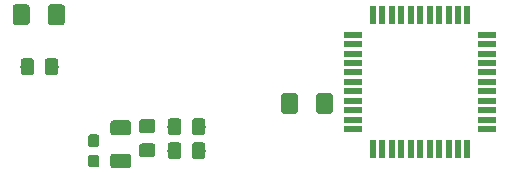
<source format=gbr>
%TF.GenerationSoftware,KiCad,Pcbnew,(5.1.0)-1*%
%TF.CreationDate,2020-09-26T21:32:43-04:00*%
%TF.ProjectId,BadgersHollowSchematic,42616467-6572-4734-986f-6c6c6f775363,rev?*%
%TF.SameCoordinates,Original*%
%TF.FileFunction,Paste,Top*%
%TF.FilePolarity,Positive*%
%FSLAX46Y46*%
G04 Gerber Fmt 4.6, Leading zero omitted, Abs format (unit mm)*
G04 Created by KiCad (PCBNEW (5.1.0)-1) date 2020-09-26 21:32:43*
%MOMM*%
%LPD*%
G04 APERTURE LIST*
%ADD10R,0.550000X1.500000*%
%ADD11R,1.500000X0.550000*%
%ADD12C,0.100000*%
%ADD13C,1.150000*%
%ADD14C,1.250000*%
%ADD15C,1.425000*%
%ADD16C,0.950000*%
G04 APERTURE END LIST*
D10*
%TO.C,U1*%
X69228200Y-31724360D03*
X70028200Y-31724360D03*
X70828200Y-31724360D03*
X71628200Y-31724360D03*
X72428200Y-31724360D03*
X73228200Y-31724360D03*
X74028200Y-31724360D03*
X74828200Y-31724360D03*
X75628200Y-31724360D03*
X76428200Y-31724360D03*
X77228200Y-31724360D03*
D11*
X78928200Y-33424360D03*
X78928200Y-34224360D03*
X78928200Y-35024360D03*
X78928200Y-35824360D03*
X78928200Y-36624360D03*
X78928200Y-37424360D03*
X78928200Y-38224360D03*
X78928200Y-39024360D03*
X78928200Y-39824360D03*
X78928200Y-40624360D03*
X78928200Y-41424360D03*
D10*
X77228200Y-43124360D03*
X76428200Y-43124360D03*
X75628200Y-43124360D03*
X74828200Y-43124360D03*
X74028200Y-43124360D03*
X73228200Y-43124360D03*
X72428200Y-43124360D03*
X71628200Y-43124360D03*
X70828200Y-43124360D03*
X70028200Y-43124360D03*
X69228200Y-43124360D03*
D11*
X67528200Y-41424360D03*
X67528200Y-40624360D03*
X67528200Y-39824360D03*
X67528200Y-39024360D03*
X67528200Y-38224360D03*
X67528200Y-37424360D03*
X67528200Y-36624360D03*
X67528200Y-35824360D03*
X67528200Y-35024360D03*
X67528200Y-34224360D03*
X67528200Y-33424360D03*
%TD*%
D12*
%TO.C,R7*%
G36*
X40320105Y-35425084D02*
G01*
X40344373Y-35428684D01*
X40368172Y-35434645D01*
X40391271Y-35442910D01*
X40413450Y-35453400D01*
X40434493Y-35466012D01*
X40454199Y-35480627D01*
X40472377Y-35497103D01*
X40488853Y-35515281D01*
X40503468Y-35534987D01*
X40516080Y-35556030D01*
X40526570Y-35578209D01*
X40534835Y-35601308D01*
X40540796Y-35625107D01*
X40544396Y-35649375D01*
X40545600Y-35673879D01*
X40545600Y-36573881D01*
X40544396Y-36598385D01*
X40540796Y-36622653D01*
X40534835Y-36646452D01*
X40526570Y-36669551D01*
X40516080Y-36691730D01*
X40503468Y-36712773D01*
X40488853Y-36732479D01*
X40472377Y-36750657D01*
X40454199Y-36767133D01*
X40434493Y-36781748D01*
X40413450Y-36794360D01*
X40391271Y-36804850D01*
X40368172Y-36813115D01*
X40344373Y-36819076D01*
X40320105Y-36822676D01*
X40295601Y-36823880D01*
X39645599Y-36823880D01*
X39621095Y-36822676D01*
X39596827Y-36819076D01*
X39573028Y-36813115D01*
X39549929Y-36804850D01*
X39527750Y-36794360D01*
X39506707Y-36781748D01*
X39487001Y-36767133D01*
X39468823Y-36750657D01*
X39452347Y-36732479D01*
X39437732Y-36712773D01*
X39425120Y-36691730D01*
X39414630Y-36669551D01*
X39406365Y-36646452D01*
X39400404Y-36622653D01*
X39396804Y-36598385D01*
X39395600Y-36573881D01*
X39395600Y-35673879D01*
X39396804Y-35649375D01*
X39400404Y-35625107D01*
X39406365Y-35601308D01*
X39414630Y-35578209D01*
X39425120Y-35556030D01*
X39437732Y-35534987D01*
X39452347Y-35515281D01*
X39468823Y-35497103D01*
X39487001Y-35480627D01*
X39506707Y-35466012D01*
X39527750Y-35453400D01*
X39549929Y-35442910D01*
X39573028Y-35434645D01*
X39596827Y-35428684D01*
X39621095Y-35425084D01*
X39645599Y-35423880D01*
X40295601Y-35423880D01*
X40320105Y-35425084D01*
X40320105Y-35425084D01*
G37*
D13*
X39970600Y-36123880D03*
D12*
G36*
X42370105Y-35425084D02*
G01*
X42394373Y-35428684D01*
X42418172Y-35434645D01*
X42441271Y-35442910D01*
X42463450Y-35453400D01*
X42484493Y-35466012D01*
X42504199Y-35480627D01*
X42522377Y-35497103D01*
X42538853Y-35515281D01*
X42553468Y-35534987D01*
X42566080Y-35556030D01*
X42576570Y-35578209D01*
X42584835Y-35601308D01*
X42590796Y-35625107D01*
X42594396Y-35649375D01*
X42595600Y-35673879D01*
X42595600Y-36573881D01*
X42594396Y-36598385D01*
X42590796Y-36622653D01*
X42584835Y-36646452D01*
X42576570Y-36669551D01*
X42566080Y-36691730D01*
X42553468Y-36712773D01*
X42538853Y-36732479D01*
X42522377Y-36750657D01*
X42504199Y-36767133D01*
X42484493Y-36781748D01*
X42463450Y-36794360D01*
X42441271Y-36804850D01*
X42418172Y-36813115D01*
X42394373Y-36819076D01*
X42370105Y-36822676D01*
X42345601Y-36823880D01*
X41695599Y-36823880D01*
X41671095Y-36822676D01*
X41646827Y-36819076D01*
X41623028Y-36813115D01*
X41599929Y-36804850D01*
X41577750Y-36794360D01*
X41556707Y-36781748D01*
X41537001Y-36767133D01*
X41518823Y-36750657D01*
X41502347Y-36732479D01*
X41487732Y-36712773D01*
X41475120Y-36691730D01*
X41464630Y-36669551D01*
X41456365Y-36646452D01*
X41450404Y-36622653D01*
X41446804Y-36598385D01*
X41445600Y-36573881D01*
X41445600Y-35673879D01*
X41446804Y-35649375D01*
X41450404Y-35625107D01*
X41456365Y-35601308D01*
X41464630Y-35578209D01*
X41475120Y-35556030D01*
X41487732Y-35534987D01*
X41502347Y-35515281D01*
X41518823Y-35497103D01*
X41537001Y-35480627D01*
X41556707Y-35466012D01*
X41577750Y-35453400D01*
X41599929Y-35442910D01*
X41623028Y-35434645D01*
X41646827Y-35428684D01*
X41671095Y-35425084D01*
X41695599Y-35423880D01*
X42345601Y-35423880D01*
X42370105Y-35425084D01*
X42370105Y-35425084D01*
G37*
D13*
X42020600Y-36123880D03*
%TD*%
D12*
%TO.C,R6*%
G36*
X50583625Y-40586684D02*
G01*
X50607893Y-40590284D01*
X50631692Y-40596245D01*
X50654791Y-40604510D01*
X50676970Y-40615000D01*
X50698013Y-40627612D01*
X50717719Y-40642227D01*
X50735897Y-40658703D01*
X50752373Y-40676881D01*
X50766988Y-40696587D01*
X50779600Y-40717630D01*
X50790090Y-40739809D01*
X50798355Y-40762908D01*
X50804316Y-40786707D01*
X50807916Y-40810975D01*
X50809120Y-40835479D01*
X50809120Y-41485481D01*
X50807916Y-41509985D01*
X50804316Y-41534253D01*
X50798355Y-41558052D01*
X50790090Y-41581151D01*
X50779600Y-41603330D01*
X50766988Y-41624373D01*
X50752373Y-41644079D01*
X50735897Y-41662257D01*
X50717719Y-41678733D01*
X50698013Y-41693348D01*
X50676970Y-41705960D01*
X50654791Y-41716450D01*
X50631692Y-41724715D01*
X50607893Y-41730676D01*
X50583625Y-41734276D01*
X50559121Y-41735480D01*
X49659119Y-41735480D01*
X49634615Y-41734276D01*
X49610347Y-41730676D01*
X49586548Y-41724715D01*
X49563449Y-41716450D01*
X49541270Y-41705960D01*
X49520227Y-41693348D01*
X49500521Y-41678733D01*
X49482343Y-41662257D01*
X49465867Y-41644079D01*
X49451252Y-41624373D01*
X49438640Y-41603330D01*
X49428150Y-41581151D01*
X49419885Y-41558052D01*
X49413924Y-41534253D01*
X49410324Y-41509985D01*
X49409120Y-41485481D01*
X49409120Y-40835479D01*
X49410324Y-40810975D01*
X49413924Y-40786707D01*
X49419885Y-40762908D01*
X49428150Y-40739809D01*
X49438640Y-40717630D01*
X49451252Y-40696587D01*
X49465867Y-40676881D01*
X49482343Y-40658703D01*
X49500521Y-40642227D01*
X49520227Y-40627612D01*
X49541270Y-40615000D01*
X49563449Y-40604510D01*
X49586548Y-40596245D01*
X49610347Y-40590284D01*
X49634615Y-40586684D01*
X49659119Y-40585480D01*
X50559121Y-40585480D01*
X50583625Y-40586684D01*
X50583625Y-40586684D01*
G37*
D13*
X50109120Y-41160480D03*
D12*
G36*
X50583625Y-42636684D02*
G01*
X50607893Y-42640284D01*
X50631692Y-42646245D01*
X50654791Y-42654510D01*
X50676970Y-42665000D01*
X50698013Y-42677612D01*
X50717719Y-42692227D01*
X50735897Y-42708703D01*
X50752373Y-42726881D01*
X50766988Y-42746587D01*
X50779600Y-42767630D01*
X50790090Y-42789809D01*
X50798355Y-42812908D01*
X50804316Y-42836707D01*
X50807916Y-42860975D01*
X50809120Y-42885479D01*
X50809120Y-43535481D01*
X50807916Y-43559985D01*
X50804316Y-43584253D01*
X50798355Y-43608052D01*
X50790090Y-43631151D01*
X50779600Y-43653330D01*
X50766988Y-43674373D01*
X50752373Y-43694079D01*
X50735897Y-43712257D01*
X50717719Y-43728733D01*
X50698013Y-43743348D01*
X50676970Y-43755960D01*
X50654791Y-43766450D01*
X50631692Y-43774715D01*
X50607893Y-43780676D01*
X50583625Y-43784276D01*
X50559121Y-43785480D01*
X49659119Y-43785480D01*
X49634615Y-43784276D01*
X49610347Y-43780676D01*
X49586548Y-43774715D01*
X49563449Y-43766450D01*
X49541270Y-43755960D01*
X49520227Y-43743348D01*
X49500521Y-43728733D01*
X49482343Y-43712257D01*
X49465867Y-43694079D01*
X49451252Y-43674373D01*
X49438640Y-43653330D01*
X49428150Y-43631151D01*
X49419885Y-43608052D01*
X49413924Y-43584253D01*
X49410324Y-43559985D01*
X49409120Y-43535481D01*
X49409120Y-42885479D01*
X49410324Y-42860975D01*
X49413924Y-42836707D01*
X49419885Y-42812908D01*
X49428150Y-42789809D01*
X49438640Y-42767630D01*
X49451252Y-42746587D01*
X49465867Y-42726881D01*
X49482343Y-42708703D01*
X49500521Y-42692227D01*
X49520227Y-42677612D01*
X49541270Y-42665000D01*
X49563449Y-42654510D01*
X49586548Y-42646245D01*
X49610347Y-42640284D01*
X49634615Y-42636684D01*
X49659119Y-42635480D01*
X50559121Y-42635480D01*
X50583625Y-42636684D01*
X50583625Y-42636684D01*
G37*
D13*
X50109120Y-43210480D03*
%TD*%
D12*
%TO.C,R5*%
G36*
X54821185Y-42547244D02*
G01*
X54845453Y-42550844D01*
X54869252Y-42556805D01*
X54892351Y-42565070D01*
X54914530Y-42575560D01*
X54935573Y-42588172D01*
X54955279Y-42602787D01*
X54973457Y-42619263D01*
X54989933Y-42637441D01*
X55004548Y-42657147D01*
X55017160Y-42678190D01*
X55027650Y-42700369D01*
X55035915Y-42723468D01*
X55041876Y-42747267D01*
X55045476Y-42771535D01*
X55046680Y-42796039D01*
X55046680Y-43696041D01*
X55045476Y-43720545D01*
X55041876Y-43744813D01*
X55035915Y-43768612D01*
X55027650Y-43791711D01*
X55017160Y-43813890D01*
X55004548Y-43834933D01*
X54989933Y-43854639D01*
X54973457Y-43872817D01*
X54955279Y-43889293D01*
X54935573Y-43903908D01*
X54914530Y-43916520D01*
X54892351Y-43927010D01*
X54869252Y-43935275D01*
X54845453Y-43941236D01*
X54821185Y-43944836D01*
X54796681Y-43946040D01*
X54146679Y-43946040D01*
X54122175Y-43944836D01*
X54097907Y-43941236D01*
X54074108Y-43935275D01*
X54051009Y-43927010D01*
X54028830Y-43916520D01*
X54007787Y-43903908D01*
X53988081Y-43889293D01*
X53969903Y-43872817D01*
X53953427Y-43854639D01*
X53938812Y-43834933D01*
X53926200Y-43813890D01*
X53915710Y-43791711D01*
X53907445Y-43768612D01*
X53901484Y-43744813D01*
X53897884Y-43720545D01*
X53896680Y-43696041D01*
X53896680Y-42796039D01*
X53897884Y-42771535D01*
X53901484Y-42747267D01*
X53907445Y-42723468D01*
X53915710Y-42700369D01*
X53926200Y-42678190D01*
X53938812Y-42657147D01*
X53953427Y-42637441D01*
X53969903Y-42619263D01*
X53988081Y-42602787D01*
X54007787Y-42588172D01*
X54028830Y-42575560D01*
X54051009Y-42565070D01*
X54074108Y-42556805D01*
X54097907Y-42550844D01*
X54122175Y-42547244D01*
X54146679Y-42546040D01*
X54796681Y-42546040D01*
X54821185Y-42547244D01*
X54821185Y-42547244D01*
G37*
D13*
X54471680Y-43246040D03*
D12*
G36*
X52771185Y-42547244D02*
G01*
X52795453Y-42550844D01*
X52819252Y-42556805D01*
X52842351Y-42565070D01*
X52864530Y-42575560D01*
X52885573Y-42588172D01*
X52905279Y-42602787D01*
X52923457Y-42619263D01*
X52939933Y-42637441D01*
X52954548Y-42657147D01*
X52967160Y-42678190D01*
X52977650Y-42700369D01*
X52985915Y-42723468D01*
X52991876Y-42747267D01*
X52995476Y-42771535D01*
X52996680Y-42796039D01*
X52996680Y-43696041D01*
X52995476Y-43720545D01*
X52991876Y-43744813D01*
X52985915Y-43768612D01*
X52977650Y-43791711D01*
X52967160Y-43813890D01*
X52954548Y-43834933D01*
X52939933Y-43854639D01*
X52923457Y-43872817D01*
X52905279Y-43889293D01*
X52885573Y-43903908D01*
X52864530Y-43916520D01*
X52842351Y-43927010D01*
X52819252Y-43935275D01*
X52795453Y-43941236D01*
X52771185Y-43944836D01*
X52746681Y-43946040D01*
X52096679Y-43946040D01*
X52072175Y-43944836D01*
X52047907Y-43941236D01*
X52024108Y-43935275D01*
X52001009Y-43927010D01*
X51978830Y-43916520D01*
X51957787Y-43903908D01*
X51938081Y-43889293D01*
X51919903Y-43872817D01*
X51903427Y-43854639D01*
X51888812Y-43834933D01*
X51876200Y-43813890D01*
X51865710Y-43791711D01*
X51857445Y-43768612D01*
X51851484Y-43744813D01*
X51847884Y-43720545D01*
X51846680Y-43696041D01*
X51846680Y-42796039D01*
X51847884Y-42771535D01*
X51851484Y-42747267D01*
X51857445Y-42723468D01*
X51865710Y-42700369D01*
X51876200Y-42678190D01*
X51888812Y-42657147D01*
X51903427Y-42637441D01*
X51919903Y-42619263D01*
X51938081Y-42602787D01*
X51957787Y-42588172D01*
X51978830Y-42575560D01*
X52001009Y-42565070D01*
X52024108Y-42556805D01*
X52047907Y-42550844D01*
X52072175Y-42547244D01*
X52096679Y-42546040D01*
X52746681Y-42546040D01*
X52771185Y-42547244D01*
X52771185Y-42547244D01*
G37*
D13*
X52421680Y-43246040D03*
%TD*%
D12*
%TO.C,R4*%
G36*
X52771185Y-40515244D02*
G01*
X52795453Y-40518844D01*
X52819252Y-40524805D01*
X52842351Y-40533070D01*
X52864530Y-40543560D01*
X52885573Y-40556172D01*
X52905279Y-40570787D01*
X52923457Y-40587263D01*
X52939933Y-40605441D01*
X52954548Y-40625147D01*
X52967160Y-40646190D01*
X52977650Y-40668369D01*
X52985915Y-40691468D01*
X52991876Y-40715267D01*
X52995476Y-40739535D01*
X52996680Y-40764039D01*
X52996680Y-41664041D01*
X52995476Y-41688545D01*
X52991876Y-41712813D01*
X52985915Y-41736612D01*
X52977650Y-41759711D01*
X52967160Y-41781890D01*
X52954548Y-41802933D01*
X52939933Y-41822639D01*
X52923457Y-41840817D01*
X52905279Y-41857293D01*
X52885573Y-41871908D01*
X52864530Y-41884520D01*
X52842351Y-41895010D01*
X52819252Y-41903275D01*
X52795453Y-41909236D01*
X52771185Y-41912836D01*
X52746681Y-41914040D01*
X52096679Y-41914040D01*
X52072175Y-41912836D01*
X52047907Y-41909236D01*
X52024108Y-41903275D01*
X52001009Y-41895010D01*
X51978830Y-41884520D01*
X51957787Y-41871908D01*
X51938081Y-41857293D01*
X51919903Y-41840817D01*
X51903427Y-41822639D01*
X51888812Y-41802933D01*
X51876200Y-41781890D01*
X51865710Y-41759711D01*
X51857445Y-41736612D01*
X51851484Y-41712813D01*
X51847884Y-41688545D01*
X51846680Y-41664041D01*
X51846680Y-40764039D01*
X51847884Y-40739535D01*
X51851484Y-40715267D01*
X51857445Y-40691468D01*
X51865710Y-40668369D01*
X51876200Y-40646190D01*
X51888812Y-40625147D01*
X51903427Y-40605441D01*
X51919903Y-40587263D01*
X51938081Y-40570787D01*
X51957787Y-40556172D01*
X51978830Y-40543560D01*
X52001009Y-40533070D01*
X52024108Y-40524805D01*
X52047907Y-40518844D01*
X52072175Y-40515244D01*
X52096679Y-40514040D01*
X52746681Y-40514040D01*
X52771185Y-40515244D01*
X52771185Y-40515244D01*
G37*
D13*
X52421680Y-41214040D03*
D12*
G36*
X54821185Y-40515244D02*
G01*
X54845453Y-40518844D01*
X54869252Y-40524805D01*
X54892351Y-40533070D01*
X54914530Y-40543560D01*
X54935573Y-40556172D01*
X54955279Y-40570787D01*
X54973457Y-40587263D01*
X54989933Y-40605441D01*
X55004548Y-40625147D01*
X55017160Y-40646190D01*
X55027650Y-40668369D01*
X55035915Y-40691468D01*
X55041876Y-40715267D01*
X55045476Y-40739535D01*
X55046680Y-40764039D01*
X55046680Y-41664041D01*
X55045476Y-41688545D01*
X55041876Y-41712813D01*
X55035915Y-41736612D01*
X55027650Y-41759711D01*
X55017160Y-41781890D01*
X55004548Y-41802933D01*
X54989933Y-41822639D01*
X54973457Y-41840817D01*
X54955279Y-41857293D01*
X54935573Y-41871908D01*
X54914530Y-41884520D01*
X54892351Y-41895010D01*
X54869252Y-41903275D01*
X54845453Y-41909236D01*
X54821185Y-41912836D01*
X54796681Y-41914040D01*
X54146679Y-41914040D01*
X54122175Y-41912836D01*
X54097907Y-41909236D01*
X54074108Y-41903275D01*
X54051009Y-41895010D01*
X54028830Y-41884520D01*
X54007787Y-41871908D01*
X53988081Y-41857293D01*
X53969903Y-41840817D01*
X53953427Y-41822639D01*
X53938812Y-41802933D01*
X53926200Y-41781890D01*
X53915710Y-41759711D01*
X53907445Y-41736612D01*
X53901484Y-41712813D01*
X53897884Y-41688545D01*
X53896680Y-41664041D01*
X53896680Y-40764039D01*
X53897884Y-40739535D01*
X53901484Y-40715267D01*
X53907445Y-40691468D01*
X53915710Y-40668369D01*
X53926200Y-40646190D01*
X53938812Y-40625147D01*
X53953427Y-40605441D01*
X53969903Y-40587263D01*
X53988081Y-40570787D01*
X54007787Y-40556172D01*
X54028830Y-40543560D01*
X54051009Y-40533070D01*
X54074108Y-40524805D01*
X54097907Y-40518844D01*
X54122175Y-40515244D01*
X54146679Y-40514040D01*
X54796681Y-40514040D01*
X54821185Y-40515244D01*
X54821185Y-40515244D01*
G37*
D13*
X54471680Y-41214040D03*
%TD*%
D12*
%TO.C,F1*%
G36*
X48518344Y-40686764D02*
G01*
X48542613Y-40690364D01*
X48566411Y-40696325D01*
X48589511Y-40704590D01*
X48611689Y-40715080D01*
X48632733Y-40727693D01*
X48652438Y-40742307D01*
X48670617Y-40758783D01*
X48687093Y-40776962D01*
X48701707Y-40796667D01*
X48714320Y-40817711D01*
X48724810Y-40839889D01*
X48733075Y-40862989D01*
X48739036Y-40886787D01*
X48742636Y-40911056D01*
X48743840Y-40935560D01*
X48743840Y-41685560D01*
X48742636Y-41710064D01*
X48739036Y-41734333D01*
X48733075Y-41758131D01*
X48724810Y-41781231D01*
X48714320Y-41803409D01*
X48701707Y-41824453D01*
X48687093Y-41844158D01*
X48670617Y-41862337D01*
X48652438Y-41878813D01*
X48632733Y-41893427D01*
X48611689Y-41906040D01*
X48589511Y-41916530D01*
X48566411Y-41924795D01*
X48542613Y-41930756D01*
X48518344Y-41934356D01*
X48493840Y-41935560D01*
X47243840Y-41935560D01*
X47219336Y-41934356D01*
X47195067Y-41930756D01*
X47171269Y-41924795D01*
X47148169Y-41916530D01*
X47125991Y-41906040D01*
X47104947Y-41893427D01*
X47085242Y-41878813D01*
X47067063Y-41862337D01*
X47050587Y-41844158D01*
X47035973Y-41824453D01*
X47023360Y-41803409D01*
X47012870Y-41781231D01*
X47004605Y-41758131D01*
X46998644Y-41734333D01*
X46995044Y-41710064D01*
X46993840Y-41685560D01*
X46993840Y-40935560D01*
X46995044Y-40911056D01*
X46998644Y-40886787D01*
X47004605Y-40862989D01*
X47012870Y-40839889D01*
X47023360Y-40817711D01*
X47035973Y-40796667D01*
X47050587Y-40776962D01*
X47067063Y-40758783D01*
X47085242Y-40742307D01*
X47104947Y-40727693D01*
X47125991Y-40715080D01*
X47148169Y-40704590D01*
X47171269Y-40696325D01*
X47195067Y-40690364D01*
X47219336Y-40686764D01*
X47243840Y-40685560D01*
X48493840Y-40685560D01*
X48518344Y-40686764D01*
X48518344Y-40686764D01*
G37*
D14*
X47868840Y-41310560D03*
D12*
G36*
X48518344Y-43486764D02*
G01*
X48542613Y-43490364D01*
X48566411Y-43496325D01*
X48589511Y-43504590D01*
X48611689Y-43515080D01*
X48632733Y-43527693D01*
X48652438Y-43542307D01*
X48670617Y-43558783D01*
X48687093Y-43576962D01*
X48701707Y-43596667D01*
X48714320Y-43617711D01*
X48724810Y-43639889D01*
X48733075Y-43662989D01*
X48739036Y-43686787D01*
X48742636Y-43711056D01*
X48743840Y-43735560D01*
X48743840Y-44485560D01*
X48742636Y-44510064D01*
X48739036Y-44534333D01*
X48733075Y-44558131D01*
X48724810Y-44581231D01*
X48714320Y-44603409D01*
X48701707Y-44624453D01*
X48687093Y-44644158D01*
X48670617Y-44662337D01*
X48652438Y-44678813D01*
X48632733Y-44693427D01*
X48611689Y-44706040D01*
X48589511Y-44716530D01*
X48566411Y-44724795D01*
X48542613Y-44730756D01*
X48518344Y-44734356D01*
X48493840Y-44735560D01*
X47243840Y-44735560D01*
X47219336Y-44734356D01*
X47195067Y-44730756D01*
X47171269Y-44724795D01*
X47148169Y-44716530D01*
X47125991Y-44706040D01*
X47104947Y-44693427D01*
X47085242Y-44678813D01*
X47067063Y-44662337D01*
X47050587Y-44644158D01*
X47035973Y-44624453D01*
X47023360Y-44603409D01*
X47012870Y-44581231D01*
X47004605Y-44558131D01*
X46998644Y-44534333D01*
X46995044Y-44510064D01*
X46993840Y-44485560D01*
X46993840Y-43735560D01*
X46995044Y-43711056D01*
X46998644Y-43686787D01*
X47004605Y-43662989D01*
X47012870Y-43639889D01*
X47023360Y-43617711D01*
X47035973Y-43596667D01*
X47050587Y-43576962D01*
X47067063Y-43558783D01*
X47085242Y-43542307D01*
X47104947Y-43527693D01*
X47125991Y-43515080D01*
X47148169Y-43504590D01*
X47171269Y-43496325D01*
X47195067Y-43490364D01*
X47219336Y-43486764D01*
X47243840Y-43485560D01*
X48493840Y-43485560D01*
X48518344Y-43486764D01*
X48518344Y-43486764D01*
G37*
D14*
X47868840Y-44110560D03*
%TD*%
D12*
%TO.C,D3*%
G36*
X39929064Y-30860964D02*
G01*
X39953333Y-30864564D01*
X39977131Y-30870525D01*
X40000231Y-30878790D01*
X40022409Y-30889280D01*
X40043453Y-30901893D01*
X40063158Y-30916507D01*
X40081337Y-30932983D01*
X40097813Y-30951162D01*
X40112427Y-30970867D01*
X40125040Y-30991911D01*
X40135530Y-31014089D01*
X40143795Y-31037189D01*
X40149756Y-31060987D01*
X40153356Y-31085256D01*
X40154560Y-31109760D01*
X40154560Y-32359760D01*
X40153356Y-32384264D01*
X40149756Y-32408533D01*
X40143795Y-32432331D01*
X40135530Y-32455431D01*
X40125040Y-32477609D01*
X40112427Y-32498653D01*
X40097813Y-32518358D01*
X40081337Y-32536537D01*
X40063158Y-32553013D01*
X40043453Y-32567627D01*
X40022409Y-32580240D01*
X40000231Y-32590730D01*
X39977131Y-32598995D01*
X39953333Y-32604956D01*
X39929064Y-32608556D01*
X39904560Y-32609760D01*
X38979560Y-32609760D01*
X38955056Y-32608556D01*
X38930787Y-32604956D01*
X38906989Y-32598995D01*
X38883889Y-32590730D01*
X38861711Y-32580240D01*
X38840667Y-32567627D01*
X38820962Y-32553013D01*
X38802783Y-32536537D01*
X38786307Y-32518358D01*
X38771693Y-32498653D01*
X38759080Y-32477609D01*
X38748590Y-32455431D01*
X38740325Y-32432331D01*
X38734364Y-32408533D01*
X38730764Y-32384264D01*
X38729560Y-32359760D01*
X38729560Y-31109760D01*
X38730764Y-31085256D01*
X38734364Y-31060987D01*
X38740325Y-31037189D01*
X38748590Y-31014089D01*
X38759080Y-30991911D01*
X38771693Y-30970867D01*
X38786307Y-30951162D01*
X38802783Y-30932983D01*
X38820962Y-30916507D01*
X38840667Y-30901893D01*
X38861711Y-30889280D01*
X38883889Y-30878790D01*
X38906989Y-30870525D01*
X38930787Y-30864564D01*
X38955056Y-30860964D01*
X38979560Y-30859760D01*
X39904560Y-30859760D01*
X39929064Y-30860964D01*
X39929064Y-30860964D01*
G37*
D15*
X39442060Y-31734760D03*
D12*
G36*
X42904064Y-30860964D02*
G01*
X42928333Y-30864564D01*
X42952131Y-30870525D01*
X42975231Y-30878790D01*
X42997409Y-30889280D01*
X43018453Y-30901893D01*
X43038158Y-30916507D01*
X43056337Y-30932983D01*
X43072813Y-30951162D01*
X43087427Y-30970867D01*
X43100040Y-30991911D01*
X43110530Y-31014089D01*
X43118795Y-31037189D01*
X43124756Y-31060987D01*
X43128356Y-31085256D01*
X43129560Y-31109760D01*
X43129560Y-32359760D01*
X43128356Y-32384264D01*
X43124756Y-32408533D01*
X43118795Y-32432331D01*
X43110530Y-32455431D01*
X43100040Y-32477609D01*
X43087427Y-32498653D01*
X43072813Y-32518358D01*
X43056337Y-32536537D01*
X43038158Y-32553013D01*
X43018453Y-32567627D01*
X42997409Y-32580240D01*
X42975231Y-32590730D01*
X42952131Y-32598995D01*
X42928333Y-32604956D01*
X42904064Y-32608556D01*
X42879560Y-32609760D01*
X41954560Y-32609760D01*
X41930056Y-32608556D01*
X41905787Y-32604956D01*
X41881989Y-32598995D01*
X41858889Y-32590730D01*
X41836711Y-32580240D01*
X41815667Y-32567627D01*
X41795962Y-32553013D01*
X41777783Y-32536537D01*
X41761307Y-32518358D01*
X41746693Y-32498653D01*
X41734080Y-32477609D01*
X41723590Y-32455431D01*
X41715325Y-32432331D01*
X41709364Y-32408533D01*
X41705764Y-32384264D01*
X41704560Y-32359760D01*
X41704560Y-31109760D01*
X41705764Y-31085256D01*
X41709364Y-31060987D01*
X41715325Y-31037189D01*
X41723590Y-31014089D01*
X41734080Y-30991911D01*
X41746693Y-30970867D01*
X41761307Y-30951162D01*
X41777783Y-30932983D01*
X41795962Y-30916507D01*
X41815667Y-30901893D01*
X41836711Y-30889280D01*
X41858889Y-30878790D01*
X41881989Y-30870525D01*
X41905787Y-30864564D01*
X41930056Y-30860964D01*
X41954560Y-30859760D01*
X42879560Y-30859760D01*
X42904064Y-30860964D01*
X42904064Y-30860964D01*
G37*
D15*
X42417060Y-31734760D03*
%TD*%
D12*
%TO.C,C4*%
G36*
X45838539Y-41861184D02*
G01*
X45861594Y-41864603D01*
X45884203Y-41870267D01*
X45906147Y-41878119D01*
X45927217Y-41888084D01*
X45947208Y-41900066D01*
X45965928Y-41913950D01*
X45983198Y-41929602D01*
X45998850Y-41946872D01*
X46012734Y-41965592D01*
X46024716Y-41985583D01*
X46034681Y-42006653D01*
X46042533Y-42028597D01*
X46048197Y-42051206D01*
X46051616Y-42074261D01*
X46052760Y-42097540D01*
X46052760Y-42672540D01*
X46051616Y-42695819D01*
X46048197Y-42718874D01*
X46042533Y-42741483D01*
X46034681Y-42763427D01*
X46024716Y-42784497D01*
X46012734Y-42804488D01*
X45998850Y-42823208D01*
X45983198Y-42840478D01*
X45965928Y-42856130D01*
X45947208Y-42870014D01*
X45927217Y-42881996D01*
X45906147Y-42891961D01*
X45884203Y-42899813D01*
X45861594Y-42905477D01*
X45838539Y-42908896D01*
X45815260Y-42910040D01*
X45340260Y-42910040D01*
X45316981Y-42908896D01*
X45293926Y-42905477D01*
X45271317Y-42899813D01*
X45249373Y-42891961D01*
X45228303Y-42881996D01*
X45208312Y-42870014D01*
X45189592Y-42856130D01*
X45172322Y-42840478D01*
X45156670Y-42823208D01*
X45142786Y-42804488D01*
X45130804Y-42784497D01*
X45120839Y-42763427D01*
X45112987Y-42741483D01*
X45107323Y-42718874D01*
X45103904Y-42695819D01*
X45102760Y-42672540D01*
X45102760Y-42097540D01*
X45103904Y-42074261D01*
X45107323Y-42051206D01*
X45112987Y-42028597D01*
X45120839Y-42006653D01*
X45130804Y-41985583D01*
X45142786Y-41965592D01*
X45156670Y-41946872D01*
X45172322Y-41929602D01*
X45189592Y-41913950D01*
X45208312Y-41900066D01*
X45228303Y-41888084D01*
X45249373Y-41878119D01*
X45271317Y-41870267D01*
X45293926Y-41864603D01*
X45316981Y-41861184D01*
X45340260Y-41860040D01*
X45815260Y-41860040D01*
X45838539Y-41861184D01*
X45838539Y-41861184D01*
G37*
D16*
X45577760Y-42385040D03*
D12*
G36*
X45838539Y-43611184D02*
G01*
X45861594Y-43614603D01*
X45884203Y-43620267D01*
X45906147Y-43628119D01*
X45927217Y-43638084D01*
X45947208Y-43650066D01*
X45965928Y-43663950D01*
X45983198Y-43679602D01*
X45998850Y-43696872D01*
X46012734Y-43715592D01*
X46024716Y-43735583D01*
X46034681Y-43756653D01*
X46042533Y-43778597D01*
X46048197Y-43801206D01*
X46051616Y-43824261D01*
X46052760Y-43847540D01*
X46052760Y-44422540D01*
X46051616Y-44445819D01*
X46048197Y-44468874D01*
X46042533Y-44491483D01*
X46034681Y-44513427D01*
X46024716Y-44534497D01*
X46012734Y-44554488D01*
X45998850Y-44573208D01*
X45983198Y-44590478D01*
X45965928Y-44606130D01*
X45947208Y-44620014D01*
X45927217Y-44631996D01*
X45906147Y-44641961D01*
X45884203Y-44649813D01*
X45861594Y-44655477D01*
X45838539Y-44658896D01*
X45815260Y-44660040D01*
X45340260Y-44660040D01*
X45316981Y-44658896D01*
X45293926Y-44655477D01*
X45271317Y-44649813D01*
X45249373Y-44641961D01*
X45228303Y-44631996D01*
X45208312Y-44620014D01*
X45189592Y-44606130D01*
X45172322Y-44590478D01*
X45156670Y-44573208D01*
X45142786Y-44554488D01*
X45130804Y-44534497D01*
X45120839Y-44513427D01*
X45112987Y-44491483D01*
X45107323Y-44468874D01*
X45103904Y-44445819D01*
X45102760Y-44422540D01*
X45102760Y-43847540D01*
X45103904Y-43824261D01*
X45107323Y-43801206D01*
X45112987Y-43778597D01*
X45120839Y-43756653D01*
X45130804Y-43735583D01*
X45142786Y-43715592D01*
X45156670Y-43696872D01*
X45172322Y-43679602D01*
X45189592Y-43663950D01*
X45208312Y-43650066D01*
X45228303Y-43638084D01*
X45249373Y-43628119D01*
X45271317Y-43620267D01*
X45293926Y-43614603D01*
X45316981Y-43611184D01*
X45340260Y-43610040D01*
X45815260Y-43610040D01*
X45838539Y-43611184D01*
X45838539Y-43611184D01*
G37*
D16*
X45577760Y-44135040D03*
%TD*%
D12*
%TO.C,C3*%
G36*
X62646824Y-38374284D02*
G01*
X62671093Y-38377884D01*
X62694891Y-38383845D01*
X62717991Y-38392110D01*
X62740169Y-38402600D01*
X62761213Y-38415213D01*
X62780918Y-38429827D01*
X62799097Y-38446303D01*
X62815573Y-38464482D01*
X62830187Y-38484187D01*
X62842800Y-38505231D01*
X62853290Y-38527409D01*
X62861555Y-38550509D01*
X62867516Y-38574307D01*
X62871116Y-38598576D01*
X62872320Y-38623080D01*
X62872320Y-39873080D01*
X62871116Y-39897584D01*
X62867516Y-39921853D01*
X62861555Y-39945651D01*
X62853290Y-39968751D01*
X62842800Y-39990929D01*
X62830187Y-40011973D01*
X62815573Y-40031678D01*
X62799097Y-40049857D01*
X62780918Y-40066333D01*
X62761213Y-40080947D01*
X62740169Y-40093560D01*
X62717991Y-40104050D01*
X62694891Y-40112315D01*
X62671093Y-40118276D01*
X62646824Y-40121876D01*
X62622320Y-40123080D01*
X61697320Y-40123080D01*
X61672816Y-40121876D01*
X61648547Y-40118276D01*
X61624749Y-40112315D01*
X61601649Y-40104050D01*
X61579471Y-40093560D01*
X61558427Y-40080947D01*
X61538722Y-40066333D01*
X61520543Y-40049857D01*
X61504067Y-40031678D01*
X61489453Y-40011973D01*
X61476840Y-39990929D01*
X61466350Y-39968751D01*
X61458085Y-39945651D01*
X61452124Y-39921853D01*
X61448524Y-39897584D01*
X61447320Y-39873080D01*
X61447320Y-38623080D01*
X61448524Y-38598576D01*
X61452124Y-38574307D01*
X61458085Y-38550509D01*
X61466350Y-38527409D01*
X61476840Y-38505231D01*
X61489453Y-38484187D01*
X61504067Y-38464482D01*
X61520543Y-38446303D01*
X61538722Y-38429827D01*
X61558427Y-38415213D01*
X61579471Y-38402600D01*
X61601649Y-38392110D01*
X61624749Y-38383845D01*
X61648547Y-38377884D01*
X61672816Y-38374284D01*
X61697320Y-38373080D01*
X62622320Y-38373080D01*
X62646824Y-38374284D01*
X62646824Y-38374284D01*
G37*
D15*
X62159820Y-39248080D03*
D12*
G36*
X65621824Y-38374284D02*
G01*
X65646093Y-38377884D01*
X65669891Y-38383845D01*
X65692991Y-38392110D01*
X65715169Y-38402600D01*
X65736213Y-38415213D01*
X65755918Y-38429827D01*
X65774097Y-38446303D01*
X65790573Y-38464482D01*
X65805187Y-38484187D01*
X65817800Y-38505231D01*
X65828290Y-38527409D01*
X65836555Y-38550509D01*
X65842516Y-38574307D01*
X65846116Y-38598576D01*
X65847320Y-38623080D01*
X65847320Y-39873080D01*
X65846116Y-39897584D01*
X65842516Y-39921853D01*
X65836555Y-39945651D01*
X65828290Y-39968751D01*
X65817800Y-39990929D01*
X65805187Y-40011973D01*
X65790573Y-40031678D01*
X65774097Y-40049857D01*
X65755918Y-40066333D01*
X65736213Y-40080947D01*
X65715169Y-40093560D01*
X65692991Y-40104050D01*
X65669891Y-40112315D01*
X65646093Y-40118276D01*
X65621824Y-40121876D01*
X65597320Y-40123080D01*
X64672320Y-40123080D01*
X64647816Y-40121876D01*
X64623547Y-40118276D01*
X64599749Y-40112315D01*
X64576649Y-40104050D01*
X64554471Y-40093560D01*
X64533427Y-40080947D01*
X64513722Y-40066333D01*
X64495543Y-40049857D01*
X64479067Y-40031678D01*
X64464453Y-40011973D01*
X64451840Y-39990929D01*
X64441350Y-39968751D01*
X64433085Y-39945651D01*
X64427124Y-39921853D01*
X64423524Y-39897584D01*
X64422320Y-39873080D01*
X64422320Y-38623080D01*
X64423524Y-38598576D01*
X64427124Y-38574307D01*
X64433085Y-38550509D01*
X64441350Y-38527409D01*
X64451840Y-38505231D01*
X64464453Y-38484187D01*
X64479067Y-38464482D01*
X64495543Y-38446303D01*
X64513722Y-38429827D01*
X64533427Y-38415213D01*
X64554471Y-38402600D01*
X64576649Y-38392110D01*
X64599749Y-38383845D01*
X64623547Y-38377884D01*
X64647816Y-38374284D01*
X64672320Y-38373080D01*
X65597320Y-38373080D01*
X65621824Y-38374284D01*
X65621824Y-38374284D01*
G37*
D15*
X65134820Y-39248080D03*
%TD*%
M02*

</source>
